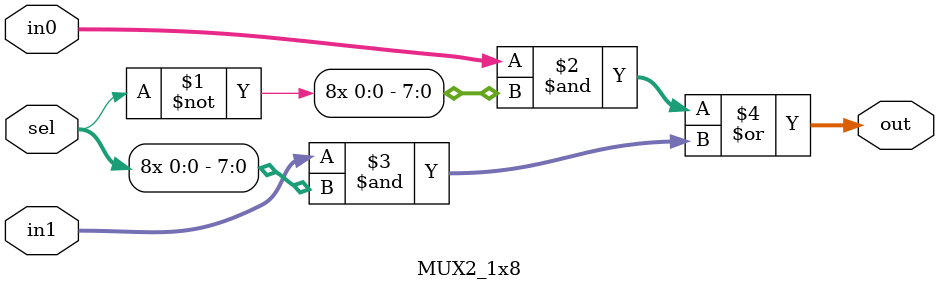
<source format=v>
`timescale 1ns / 1ps


module MUX2_1x8(
    input [7:0] in0,
    input [7:0] in1,
    input sel,
    output [7:0] out
    );
    
    assign out = (in0 & {8{~sel}})|(in1[7:0] & {8{sel}});
    
endmodule

</source>
